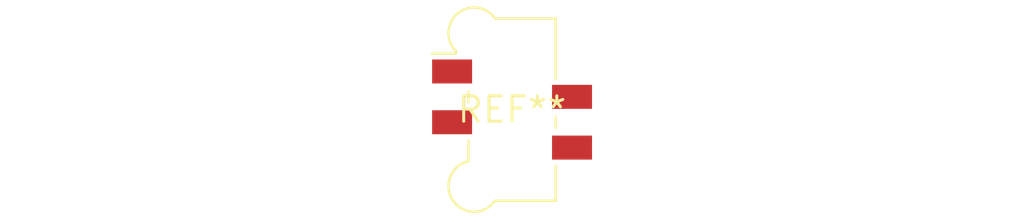
<source format=kicad_pcb>
(kicad_pcb (version 20240108) (generator pcbnew)
  (layers (0 "F.Cu" signal) (31 "B.Cu" signal) (34 "B.Paste" user) (35 "F.Paste" user) (36 "B.SilkS" user "B.Silkscreen") (37 "F.SilkS" user "F.Silkscreen") (38 "B.Mask" user) (39 "F.Mask" user) (44 "Edge.Cuts" user))
  (net 0 "")
  (footprint "Molex_Picoflex_90814-0004_2x02_P1.27mm_Vertical" (layer "F.Cu") (at 0 0)
    (property "Reference" "REF**")
    (property "Value" "Molex_Picoflex_90814-0004_2x02_P1.27mm_Vertical")
    (fp_line (start -2.81 -2.93) (end -2.81 -2.8) (layer "F.SilkS") (stroke (width 0.12)))
    (fp_line (start -2.81 -2.8) (end -4 -2.8) (layer "F.SilkS") (stroke (width 0.12)))
    (fp_line (start -2.18 -0.36) (end -2.18 -0.91) (layer "F.SilkS") (stroke (width 0.12)))
    (fp_line (start -2.18 2.58) (end -2.18 1.53) (layer "F.SilkS") (stroke (width 0.12)))
    (fp_line (start 2.18 -4.56) (end -0.82 -4.56) (layer "F.SilkS") (stroke (width 0.12)))
    (fp_line (start 2.18 -4.56) (end 2.18 -1.53) (layer "F.SilkS") (stroke (width 0.12)))
    (fp_line (start 2.18 0.36) (end 2.18 0.91) (layer "F.SilkS") (stroke (width 0.12)))
    (fp_line (start 2.18 2.8) (end 2.18 4.56) (layer "F.SilkS") (stroke (width 0.12)))
    (fp_line (start 2.18 4.56) (end -0.85 4.56) (layer "F.SilkS") (stroke (width 0.12)))
    (fp_arc (start -2.81 -2.93) (mid -2.708637 -4.822072) (end -0.834991 -4.539828) (layer "F.SilkS") (stroke (width 0.12)))
    (fp_arc (start -0.85 4.56) (mid -2.962791 4.541248) (end -2.174424 2.580964) (layer "F.SilkS") (stroke (width 0.12)))
    (pad "" np_thru_hole circle (at -1.9 -3.83) (size 1.9 1.9) (drill 1.9) (layers *.Cu *.Mask))
    (pad "" np_thru_hole circle (at -1.9 3.83) (size 1.9 1.9) (drill 1.9) (layers *.Cu *.Mask))
    (pad "1" smd rect (at -3 -1.91) (size 2 1.2) (layers "F.Cu" "F.Paste" "F.Mask"))
    (pad "2" smd rect (at 3 -0.64) (size 2 1.2) (layers "F.Cu" "F.Paste" "F.Mask"))
    (pad "3" smd rect (at -3 0.63) (size 2 1.2) (layers "F.Cu" "F.Paste" "F.Mask"))
    (pad "4" smd rect (at 3 1.9) (size 2 1.2) (layers "F.Cu" "F.Paste" "F.Mask"))
  )
)
</source>
